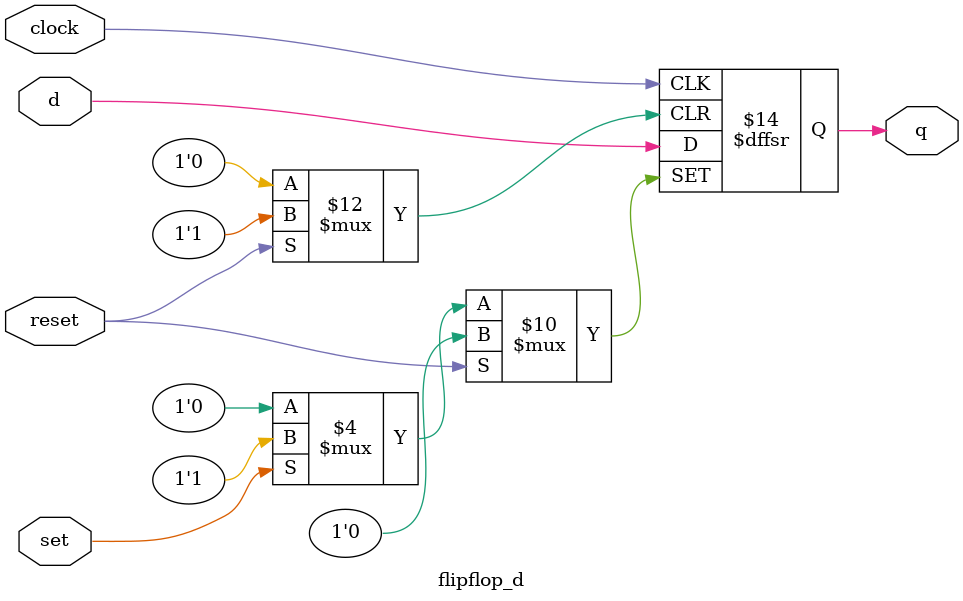
<source format=v>
module flipflop_d (
    output reg q,

    input clock,
    input set,
    input reset,
    input d
);

    always @(posedge clock or posedge set or posedge reset) begin
        if (reset)      q <= 1'b0;
        else if (set)   q <= 1'b1;
        else            q <= d;
    end

endmodule
</source>
